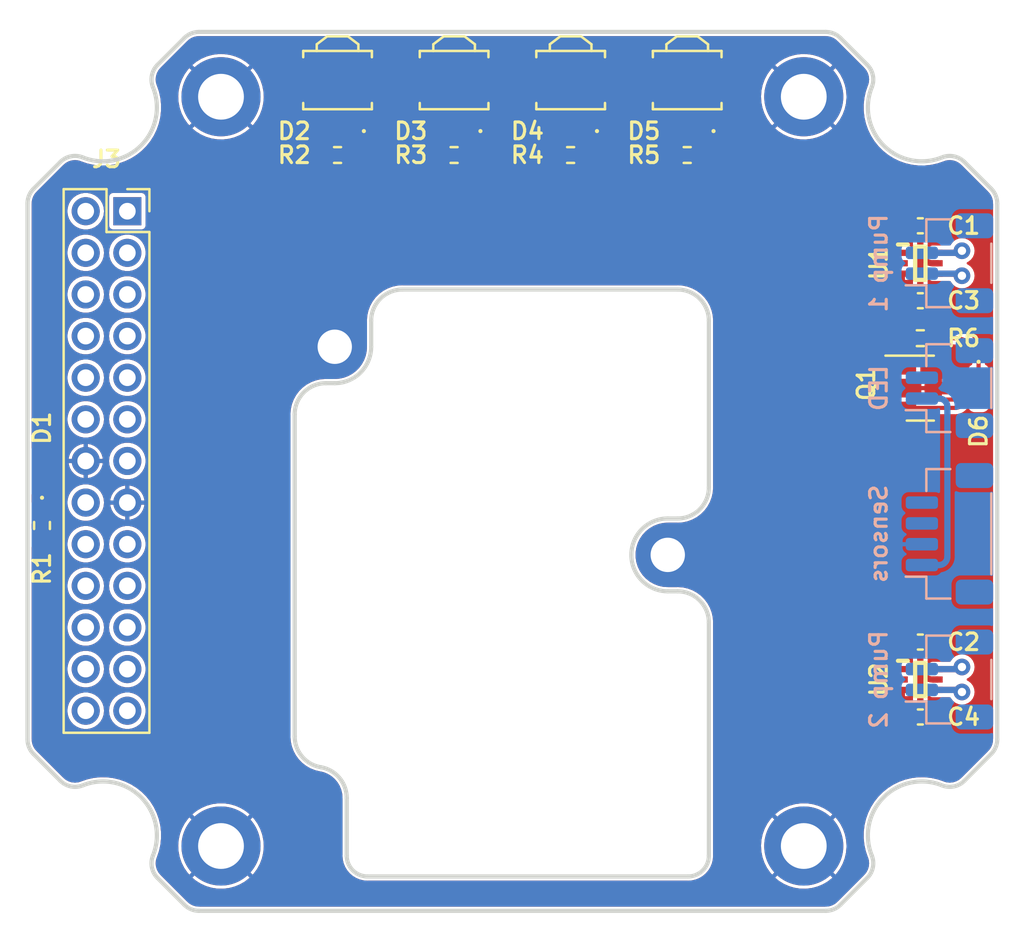
<source format=kicad_pcb>
(kicad_pcb (version 20211014) (generator pcbnew)
  (layers (0 "F.Cu" signal) (31 "B.Cu" signal) (34 "B.Paste" user) (35 "F.Paste" user) (36 "B.SilkS" user "B.Silkscreen") (37 "F.SilkS" user "F.Silkscreen") (38 "B.Mask" user) (39 "F.Mask" user) (44 "Edge.Cuts" user))
  (net 0 "")
  (net 1 "+5V")
  (net 2 "GND")
  (net 3 "Net-(D1-Pad1)")
  (net 4 "VCC")
  (net 5 "Net-(D2-Pad1)")
  (net 6 "/IO0")
  (net 7 "Net-(D3-Pad1)")
  (net 8 "/IO1")
  (net 9 "Net-(D4-Pad1)")
  (net 10 "/IO2")
  (net 11 "Net-(D5-Pad1)")
  (net 12 "/IO3")
  (net 13 "Net-(D6-Pad1)")
  (net 14 "/IO4")
  (net 15 "Net-(J1-Pad1)")
  (net 16 "Net-(J1-Pad2)")
  (net 17 "Net-(J2-Pad1)")
  (net 18 "Net-(J2-Pad2)")
  (net 19 "+3.3V")
  (net 20 "+5VA")
  (net 21 "/RE5")
  (net 22 "/IO5")
  (net 23 "/IO6")
  (net 24 "/ IO3")
  (net 25 "/IO7")
  (net 26 "/P14")
  (net 27 "/A3")
  (net 28 "/A2")
  (net 29 "/A1")
  (net 30 "/A0")
  (net 31 "/SCL")
  (net 32 "/SDA")
  (net 33 "/AUX1")
  (net 34 "/AUX0")
  (net 35 "/RX")
  (net 36 "/TX")
  (net 37 "Net-(J5-Pad2)")
  (footprint "LED_SMD:LED_0402_1005Metric_Pad0.77x0.64mm_HandSolder" (layer "F.Cu") (at 152.8 83.65 180)
    (fp_text reference "D4" (at 1.2 0) (layer "F.SilkS") (effects (font (size 0.8 0.8)) (justify right)))
    (fp_text value "APHHS1005LSECK/J3-PF")
    (fp_circle (center -1.265 0) (end -1.215 0) (layer "F.SilkS") (width 0.1) (fill none))
    (pad "1" smd roundrect (at -0.5725 0 180) (size 0.765 0.64) (layers "F.Cu" "F.Paste" "F.Mask") (net 9 "Net-(D4-Pad1)"))
    (pad "2" smd roundrect (at 0.5725 0 180) (size 0.765 0.64) (layers "F.Cu" "F.Paste" "F.Mask") (net 10 "/IO2"))
  )
  (footprint "Mouser:SOTFL50P160X60-6N" (layer "F.Cu") (at 169.6 110)
    (fp_text reference "U2" (at -2 0 90) (layer "F.SilkS") (effects (font (size 0.8 0.8))))
    (fp_text value "DRV8210DRLR" hide)
    (fp_line (start 0.25 0.8) (end -0.25 0.8) (layer "F.SilkS") (width 0.2))
    (fp_line (start -0.25 -0.8) (end 0.25 -0.8) (layer "F.SilkS") (width 0.2))
    (fp_line (start -1.075 -0.9) (end -0.6 -0.9) (layer "F.SilkS") (width 0.2))
    (fp_line (start -0.25 0.8) (end -0.25 -0.8) (layer "F.SilkS") (width 0.2))
    (fp_line (start 0.25 -0.8) (end 0.25 0.8) (layer "F.SilkS") (width 0.2))
    (pad "1" smd rect locked (at -0.838 -0.5 90) (size 0.3 0.475) (layers "F.Cu" "F.Paste" "F.Mask") (net 10 "/IO2"))
    (pad "2" smd rect locked (at -0.838 0 90) (size 0.3 0.475) (layers "F.Cu" "F.Paste" "F.Mask") (net 12 "/IO3"))
    (pad "3" smd rect locked (at -0.838 0.5 90) (size 0.3 0.475) (layers "F.Cu" "F.Paste" "F.Mask") (net 2 "GND"))
    (pad "4" smd rect locked (at 0.838 0.5 90) (size 0.3 0.475) (layers "F.Cu" "F.Paste" "F.Mask") (net 17 "Net-(J2-Pad1)"))
    (pad "5" smd rect locked (at 0.838 0 90) (size 0.3 0.475) (layers "F.Cu" "F.Paste" "F.Mask") (net 1 "+5V"))
    (pad "6" smd rect locked (at 0.838 -0.5 90) (size 0.3 0.475) (layers "F.Cu" "F.Paste" "F.Mask") (net 18 "Net-(J2-Pad2)"))
  )
  (footprint "LED_SMD:LED_0402_1005Metric_Pad0.77x0.64mm_HandSolder" (layer "F.Cu") (at 147.2 83.65 180)
    (fp_text reference "D3" (at 1.2 0) (layer "F.SilkS") (effects (font (size 0.8 0.8)) (justify right)))
    (fp_text value "APHHS1005LSECK/J3-PF")
    (fp_circle (center -1.265 0) (end -1.215 0) (layer "F.SilkS") (width 0.1) (fill none))
    (pad "1" smd roundrect (at -0.5725 0 180) (size 0.765 0.64) (layers "F.Cu" "F.Paste" "F.Mask") (net 7 "Net-(D3-Pad1)"))
    (pad "2" smd roundrect (at 0.5725 0 180) (size 0.765 0.64) (layers "F.Cu" "F.Paste" "F.Mask") (net 8 "/IO1"))
  )
  (footprint "Button_Switch_SMD:SW_SPST_B3U-3000P" (layer "F.Cu") (at 152.8 81.2)
    (fp_text reference "SW3" hide)
    (fp_text value "Fill")
    (fp_line (start -0.5 -2.1) (end 0.5 -2.1) (layer "F.SilkS") (width 0.12))
    (fp_line (start -1.65 -1.1) (end -1.65 -1.4) (layer "F.SilkS") (width 0.12))
    (fp_line (start 1.65 1.4) (end 1.65 1.1) (layer "F.SilkS") (width 0.12))
    (fp_line (start 0.5 -2.1) (end 1 -1.72) (layer "F.SilkS") (width 0.12))
    (fp_line (start -0.5 -2.1) (end -1 -1.72) (layer "F.SilkS") (width 0.12))
    (fp_line (start -1.65 1.1) (end -1.65 1.4) (layer "F.SilkS") (width 0.12))
    (fp_line (start 1 -1.72) (end 1 -1.4) (layer "F.SilkS") (width 0.12))
    (fp_line (start -1.65 1.4) (end 1.65 1.4) (layer "F.SilkS") (width 0.12))
    (fp_line (start -1.65 -1.4) (end 1.65 -1.4) (layer "F.SilkS") (width 0.12))
    (fp_line (start 1.65 -1.4) (end 1.65 -1.1) (layer "F.SilkS") (width 0.12))
    (fp_line (start -1 -1.72) (end -1 -1.4) (layer "F.SilkS") (width 0.12))
    (pad "1" smd rect (at -1.7 0) (size 0.9 1.7) (layers "F.Cu" "F.Paste" "F.Mask") (net 1 "+5V"))
    (pad "2" smd rect (at 1.7 0) (size 0.9 1.7) (layers "F.Cu" "F.Paste" "F.Mask") (net 10 "/IO2"))
  )
  (footprint "LED_SMD:LED_0402_1005Metric_Pad0.77x0.64mm_HandSolder" (layer "F.Cu") (at 141.6 83.65 180)
    (fp_text reference "D2" (at 1.2 0) (layer "F.SilkS") (effects (font (size 0.8 0.8)) (justify right)))
    (fp_text value "APHHS1005LSECK/J3-PF")
    (fp_circle (center -1.265 0) (end -1.215 0) (layer "F.SilkS") (width 0.1) (fill none))
    (pad "1" smd roundrect (at -0.5725 0 180) (size 0.765 0.64) (layers "F.Cu" "F.Paste" "F.Mask") (net 5 "Net-(D2-Pad1)"))
    (pad "2" smd roundrect (at 0.5725 0 180) (size 0.765 0.64) (layers "F.Cu" "F.Paste" "F.Mask") (net 6 "/IO0"))
  )
  (footprint "Mouser:SOTFL50P160X60-6N" (layer "F.Cu") (at 169.6 90)
    (fp_text reference "U1" (at -2 0 90) (layer "F.SilkS") (effects (font (size 0.8 0.8))))
    (fp_text value "DRV8210DRLR" hide)
    (fp_line (start -1.075 -0.9) (end -0.6 -0.9) (layer "F.SilkS") (width 0.2))
    (fp_line (start -0.25 0.8) (end -0.25 -0.8) (layer "F.SilkS") (width 0.2))
    (fp_line (start 0.25 0.8) (end -0.25 0.8) (layer "F.SilkS") (width 0.2))
    (fp_line (start 0.25 -0.8) (end 0.25 0.8) (layer "F.SilkS") (width 0.2))
    (fp_line (start -0.25 -0.8) (end 0.25 -0.8) (layer "F.SilkS") (width 0.2))
    (pad "1" smd rect locked (at -0.838 -0.5 90) (size 0.3 0.475) (layers "F.Cu" "F.Paste" "F.Mask") (net 6 "/IO0"))
    (pad "2" smd rect locked (at -0.838 0 90) (size 0.3 0.475) (layers "F.Cu" "F.Paste" "F.Mask") (net 8 "/IO1"))
    (pad "3" smd rect locked (at -0.838 0.5 90) (size 0.3 0.475) (layers "F.Cu" "F.Paste" "F.Mask") (net 2 "GND"))
    (pad "4" smd rect locked (at 0.838 0.5 90) (size 0.3 0.475) (layers "F.Cu" "F.Paste" "F.Mask") (net 15 "Net-(J1-Pad1)"))
    (pad "5" smd rect locked (at 0.838 0 90) (size 0.3 0.475) (layers "F.Cu" "F.Paste" "F.Mask") (net 1 "+5V"))
    (pad "6" smd rect locked (at 0.838 -0.5 90) (size 0.3 0.475) (layers "F.Cu" "F.Paste" "F.Mask") (net 16 "Net-(J1-Pad2)"))
  )
  (footprint "Button_Switch_SMD:SW_SPST_B3U-3000P" (layer "F.Cu") (at 147.2 81.2)
    (fp_text reference "SW2" hide)
    (fp_text value "Pump")
    (fp_line (start -1 -1.72) (end -1 -1.4) (layer "F.SilkS") (width 0.12))
    (fp_line (start 1 -1.72) (end 1 -1.4) (layer "F.SilkS") (width 0.12))
    (fp_line (start 1.65 1.4) (end 1.65 1.1) (layer "F.SilkS") (width 0.12))
    (fp_line (start -0.5 -2.1) (end -1 -1.72) (layer "F.SilkS") (width 0.12))
    (fp_line (start -1.65 -1.1) (end -1.65 -1.4) (layer "F.SilkS") (width 0.12))
    (fp_line (start -1.65 1.4) (end 1.65 1.4) (layer "F.SilkS") (width 0.12))
    (fp_line (start 0.5 -2.1) (end 1 -1.72) (layer "F.SilkS") (width 0.12))
    (fp_line (start -0.5 -2.1) (end 0.5 -2.1) (layer "F.SilkS") (width 0.12))
    (fp_line (start 1.65 -1.4) (end 1.65 -1.1) (layer "F.SilkS") (width 0.12))
    (fp_line (start -1.65 -1.4) (end 1.65 -1.4) (layer "F.SilkS") (width 0.12))
    (fp_line (start -1.65 1.1) (end -1.65 1.4) (layer "F.SilkS") (width 0.12))
    (pad "1" smd rect (at -1.7 0) (size 0.9 1.7) (layers "F.Cu" "F.Paste" "F.Mask") (net 1 "+5V"))
    (pad "2" smd rect (at 1.7 0) (size 0.9 1.7) (layers "F.Cu" "F.Paste" "F.Mask") (net 8 "/IO1"))
  )
  (footprint "Package_TO_SOT_SMD:SOT-23" (layer "F.Cu") (at 169.6 96)
    (fp_text reference "Q1" (at -2.6 -0.2 90) (layer "F.SilkS") (effects (font (size 0.8 0.8))))
    (fp_text value "Q_NMOS_DGS")
    (fp_line (start 0 1.56) (end -0.65 1.56) (layer "F.SilkS") (width 0.12))
    (fp_line (start 0 -1.56) (end -1.675 -1.56) (layer "F.SilkS") (width 0.12))
    (fp_line (start 0 1.56) (end 0.65 1.56) (layer "F.SilkS") (width 0.12))
    (fp_line (start 0 -1.56) (end 0.65 -1.56) (layer "F.SilkS") (width 0.12))
    (pad "1" smd roundrect (at -0.9375 -0.95) (size 1.475 0.6) (layers "F.Cu" "F.Paste" "F.Mask") (net 37 "Net-(J5-Pad2)"))
    (pad "2" smd roundrect (at -0.9375 0.95) (size 1.475 0.6) (layers "F.Cu" "F.Paste" "F.Mask") (net 14 "/IO4"))
    (pad "3" smd roundrect (at 0.9375 0) (size 1.475 0.6) (layers "F.Cu" "F.Paste" "F.Mask") (net 2 "GND"))
  )
  (footprint "MountingHole:MountingHole_2.2mm_M2_DIN965_Pad" (layer "F.Cu") (at 136 118)
    (fp_text reference "H3" hide)
    (fp_text value "M2")
    (pad "1" thru_hole circle (at 0 0) (size 3.8 3.8) (drill 2.2) (layers *.Cu *.Mask) (net 2 "GND"))
  )
  (footprint "LED_SMD:LED_0402_1005Metric_Pad0.77x0.64mm_HandSolder" (layer "F.Cu") (at 158.4 83.65 180)
    (fp_text reference "D5" (at 1.2 0) (layer "F.SilkS") (effects (font (size 0.8 0.8)) (justify right)))
    (fp_text value "APHHS1005LSECK/J3-PF")
    (fp_circle (center -1.265 0) (end -1.215 0) (layer "F.SilkS") (width 0.1) (fill none))
    (pad "1" smd roundrect (at -0.5725 0 180) (size 0.765 0.64) (layers "F.Cu" "F.Paste" "F.Mask") (net 11 "Net-(D5-Pad1)"))
    (pad "2" smd roundrect (at 0.5725 0 180) (size 0.765 0.64) (layers "F.Cu" "F.Paste" "F.Mask") (net 12 "/IO3"))
  )
  (footprint "Resistor_SMD:R_0402_1005Metric_Pad0.72x0.64mm_HandSolder" (layer "F.Cu") (at 127.4 102.6 -90)
    (fp_text reference "R1" (at 1.2 0 90) (layer "F.SilkS") (effects (font (size 0.8 0.8)) (justify right)))
    (fp_text value "20k")
    (fp_line (start -0.167621 0.38) (end 0.167621 0.38) (layer "F.SilkS") (width 0.12))
    (fp_line (start -0.167621 -0.38) (end 0.167621 -0.38) (layer "F.SilkS") (width 0.12))
    (pad "1" smd roundrect (at -0.5975 0 270) (size 0.715 0.64) (layers "F.Cu" "F.Paste" "F.Mask") (net 3 "Net-(D1-Pad1)"))
    (pad "2" smd roundrect (at 0.5975 0 270) (size 0.715 0.64) (layers "F.Cu" "F.Paste" "F.Mask") (net 2 "GND"))
  )
  (footprint "Capacitor_SMD:C_0402_1005Metric_Pad0.74x0.62mm_HandSolder" (layer "F.Cu") (at 169.6 108.2)
    (fp_text reference "C2" (at 1.2 0) (layer "F.SilkS") (effects (font (size 0.8 0.8)) (justify left)))
    (fp_text value "0.1uF")
    (fp_line (start -0.115835 0.36) (end 0.115835 0.36) (layer "F.SilkS") (width 0.12))
    (fp_line (start -0.115835 -0.36) (end 0.115835 -0.36) (layer "F.SilkS") (width 0.12))
    (pad "1" smd roundrect (at -0.5675 0) (size 0.735 0.62) (layers "F.Cu" "F.Paste" "F.Mask") (net 1 "+5V"))
    (pad "2" smd roundrect (at 0.5675 0) (size 0.735 0.62) (layers "F.Cu" "F.Paste" "F.Mask") (net 2 "GND"))
  )
  (footprint "Connector_PinSocket_2.00mm:PinSocket_2x13_P2.00mm_Vertical" (layer "F.Cu") (at 131.5 87.5)
    (fp_text reference "J3" (at -1 -2.5) (layer "F.SilkS") (effects (font (size 0.8 0.8))))
    (fp_text value "Microlab")
    (fp_line (start -1 1) (end 1.06 1) (layer "F.SilkS") (width 0.12))
    (fp_line (start -3.06 -1.06) (end -1 -1.06) (layer "F.SilkS") (width 0.12))
    (fp_line (start -1 -1.06) (end -1 1) (layer "F.SilkS") (width 0.12))
    (fp_line (start 1.06 1) (end 1.06 25.06) (layer "F.SilkS") (width 0.12))
    (fp_line (start 0 -1.06) (end 1.06 -1.06) (layer "F.SilkS") (width 0.12))
    (fp_line (start 1.06 -1.06) (end 1.06 0) (layer "F.SilkS") (width 0.12))
    (fp_line (start -3.06 -1.06) (end -3.06 25.06) (layer "F.SilkS") (width 0.12))
    (fp_line (start -3.06 25.06) (end 1.06 25.06) (layer "F.SilkS") (width 0.12))
    (pad "1" thru_hole rect (at 0 0) (size 1.35 1.35) (drill 0.8) (layers *.Cu *.Mask) (net 4 "VCC"))
    (pad "2" thru_hole oval (at -2 0) (size 1.35 1.35) (drill 0.8) (layers *.Cu *.Mask) (net 1 "+5V"))
    (pad "3" thru_hole oval (at 0 2) (size 1.35 1.35) (drill 0.8) (layers *.Cu *.Mask) (net 19 "+3.3V"))
    (pad "4" thru_hole oval (at -2 2) (size 1.35 1.35) (drill 0.8) (layers *.Cu *.Mask) (net 20 "+5VA"))
    (pad "5" thru_hole oval (at 0 4) (size 1.35 1.35) (drill 0.8) (layers *.Cu *.Mask) (net 14 "/IO4"))
    (pad "6" thru_hole oval (at -2 4) (size 1.35 1.35) (drill 0.8) (layers *.Cu *.Mask) (net 21 "/RE5"))
    (pad "7" thru_hole oval (at 0 6) (size 1.35 1.35) (drill 0.8) (layers *.Cu *.Mask) (net 22 "/IO5"))
    (pad "8" thru_hole oval (at -2 6) (size 1.35 1.35) (drill 0.8) (layers *.Cu *.Mask) (net 23 "/IO6"))
    (pad "9" thru_hole oval (at 0 8) (size 1.35 1.35) (drill 0.8) (layers *.Cu *.Mask) (net 24 "/ IO3"))
    (pad "10" thru_hole oval (at -2 8) (size 1.35 1.35) (drill 0.8) (layers *.Cu *.Mask) (net 25 "/IO7"))
    (pad "11" thru_hole oval (at 0 10) (size 1.35 1.35) (drill 0.8) (layers *.Cu *.Mask) (net 10 "/IO2"))
    (pad "12" thru_hole oval (at -2 10) (size 1.35 1.35) (drill 0.8) (layers *.Cu *.Mask) (net 8 "/IO1"))
    (pad "13" thru_hole oval (at 0 12) (size 1.35 1.35) (drill 0.8) (layers *.Cu *.Mask) (net 6 "/IO0"))
    (pad "14" thru_hole oval (at -2 12) (size 1.35 1.35) (drill 0.8) (layers *.Cu *.Mask) (net 2 "GND"))
    (pad "15" thru_hole oval (at 0 14) (size 1.35 1.35) (drill 0.8) (layers *.Cu *.Mask) (net 2 "GND"))
    (pad "16" thru_hole oval (at -2 14) (size 1.35 1.35) (drill 0.8) (layers *.Cu *.Mask) (net 26 "/P14"))
    (pad "17" thru_hole oval (at 0 16) (size 1.35 1.35) (drill 0.8) (layers *.Cu *.Mask) (net 27 "/A3"))
    (pad "18" thru_hole oval (at -2 16) (size 1.35 1.35) (drill 0.8) (layers *.Cu *.Mask) (net 28 "/A2"))
    (pad "19" thru_hole oval (at 0 18) (size 1.35 1.35) (drill 0.8) (layers *.Cu *.Mask) (net 29 "/A1"))
    (pad "20" thru_hole oval (at -2 18) (size 1.35 1.35) (drill 0.8) (layers *.Cu *.Mask) (net 30 "/A0"))
    (pad "21" thru_hole oval (at 0 20) (size 1.35 1.35) (drill 0.8) (layers *.Cu *.Mask) (net 31 "/SCL"))
    (pad "22" thru_hole oval (at -2 20) (size 1.35 1.35) (drill 0.8) (layers *.Cu *.Mask) (net 32 "/SDA"))
    (pad "23" thru_hole oval (at 0 22) (size 1.35 1.35) (drill 0.8) (layers *.Cu *.Mask) (net 33 "/AUX1"))
    (pad "24" thru_hole oval (at -2 22) (size 1.35 1.35) (drill 0.8) (layers *.Cu *.Mask) (net 34 "/AUX0"))
    (pad "25" thru_hole oval (at 0 24) (size 1.35 1.35) (drill 0.8) (layers *.Cu *.Mask) (net 35 "/RX"))
    (pad "26" thru_hole oval (at -2 24) (size 1.35 1.35) (drill 0.8) (layers *.Cu *.Mask) (net 36 "/TX"))
  )
  (footprint "Button_Switch_SMD:SW_SPST_B3U-3000P" (layer "F.Cu") (at 158.4 81.2)
    (fp_text reference "SW4" hide)
    (fp_text value "Pump")
    (fp_line (start -1.65 -1.4) (end 1.65 -1.4) (layer "F.SilkS") (width 0.12))
    (fp_line (start -1.65 1.1) (end -1.65 1.4) (layer "F.SilkS") (width 0.12))
    (fp_line (start 1.65 1.4) (end 1.65 1.1) (layer "F.SilkS") (width 0.12))
    (fp_line (start 0.5 -2.1) (end 1 -1.72) (layer "F.SilkS") (width 0.12))
    (fp_line (start -0.5 -2.1) (end 0.5 -2.1) (layer "F.SilkS") (width 0.12))
    (fp_line (start -0.5 -2.1) (end -1 -1.72) (layer "F.SilkS") (width 0.12))
    (fp_line (start -1.65 1.4) (end 1.65 1.4) (layer "F.SilkS") (width 0.12))
    (fp_line (start 1 -1.72) (end 1 -1.4) (layer "F.SilkS") (width 0.12))
    (fp_line (start 1.65 -1.4) (end 1.65 -1.1) (layer "F.SilkS") (width 0.12))
    (fp_line (start -1 -1.72) (end -1 -1.4) (layer "F.SilkS") (width 0.12))
    (fp_line (start -1.65 -1.1) (end -1.65 -1.4) (layer "F.SilkS") (width 0.12))
    (pad "1" smd rect (at -1.7 0) (size 0.9 1.7) (layers "F.Cu" "F.Paste" "F.Mask") (net 1 "+5V"))
    (pad "2" smd rect (at 1.7 0) (size 0.9 1.7) (layers "F.Cu" "F.Paste" "F.Mask") (net 12 "/IO3"))
  )
  (footprint "Resistor_SMD:R_0402_1005Metric_Pad0.72x0.64mm_HandSolder" (layer "F.Cu") (at 141.6 84.8)
    (fp_text reference "R2" (at -1.2 0) (layer "F.SilkS") (effects (font (size 0.8 0.8)) (justify right)))
    (fp_text value "20k")
    (fp_line (start -0.167621 0.38) (end 0.167621 0.38) (layer "F.SilkS") (width 0.12))
    (fp_line (start -0.167621 -0.38) (end 0.167621 -0.38) (layer "F.SilkS") (width 0.12))
    (pad "1" smd roundrect (at -0.5975 0) (size 0.715 0.64) (layers "F.Cu" "F.Paste" "F.Mask") (net 5 "Net-(D2-Pad1)"))
    (pad "2" smd roundrect (at 0.5975 0) (size 0.715 0.64) (layers "F.Cu" "F.Paste" "F.Mask") (net 2 "GND"))
  )
  (footprint "Capacitor_SMD:C_0402_1005Metric_Pad0.74x0.62mm_HandSolder" (layer "F.Cu") (at 169.6 88.2)
    (fp_text reference "C1" (at 1.2 0) (layer "F.SilkS") (effects (font (size 0.8 0.8)) (justify left)))
    (fp_text value "0.1uF")
    (fp_line (start -0.115835 -0.36) (end 0.115835 -0.36) (layer "F.SilkS") (width 0.12))
    (fp_line (start -0.115835 0.36) (end 0.115835 0.36) (layer "F.SilkS") (width 0.12))
    (pad "1" smd roundrect (at -0.5675 0) (size 0.735 0.62) (layers "F.Cu" "F.Paste" "F.Mask") (net 1 "+5V"))
    (pad "2" smd roundrect (at 0.5675 0) (size 0.735 0.62) (layers "F.Cu" "F.Paste" "F.Mask") (net 2 "GND"))
  )
  (footprint "LED_SMD:LED_0402_1005Metric_Pad0.77x0.64mm_HandSolder" (layer "F.Cu") (at 172.4 96 -90)
    (fp_text reference "D6" (at 1.2 0 90) (layer "F.SilkS") (effects (font (size 0.8 0.8)) (justify right)))
    (fp_text value "APHHS1005LSECK/J3-PF")
    (fp_circle (center -1.265 0) (end -1.215 0) (layer "F.SilkS") (width 0.1) (fill none))
    (pad "1" smd roundrect (at -0.5725 0 270) (size 0.765 0.64) (layers "F.Cu" "F.Paste" "F.Mask") (net 13 "Net-(D6-Pad1)"))
    (pad "2" smd roundrect (at 0.5725 0 270) (size 0.765 0.64) (layers "F.Cu" "F.Paste" "F.Mask") (net 14 "/IO4"))
  )
  (footprint "Resistor_SMD:R_0402_1005Metric_Pad0.72x0.64mm_HandSolder" (layer "F.Cu") (at 158.4 84.8)
    (fp_text reference "R5" (at -1.2 0) (layer "F.SilkS") (effects (font (size 0.8 0.8)) (justify right)))
    (fp_text value "20k")
    (fp_line (start -0.167621 0.38) (end 0.167621 0.38) (layer "F.SilkS") (width 0.12))
    (fp_line (start -0.167621 -0.38) (end 0.167621 -0.38) (layer "F.SilkS") (width 0.12))
    (pad "1" smd roundrect (at -0.5975 0) (size 0.715 0.64) (layers "F.Cu" "F.Paste" "F.Mask") (net 11 "Net-(D5-Pad1)"))
    (pad "2" smd roundrect (at 0.5975 0) (size 0.715 0.64) (layers "F.Cu" "F.Paste" "F.Mask") (net 2 "GND"))
  )
  (footprint "MountingHole:MountingHole_2.2mm_M2_DIN965_Pad" (layer "F.Cu") (at 136 82)
    (fp_text reference "H2" hide)
    (fp_text value "M2")
    (pad "1" thru_hole circle (at 0 0) (size 3.8 3.8) (drill 2.2) (layers *.Cu *.Mask) (net 2 "GND"))
  )
  (footprint "Capacitor_SMD:C_0402_1005Metric_Pad0.74x0.62mm_HandSolder" (layer "F.Cu") (at 169.6 91.8)
    (fp_text reference "C3" (at 1.2 0) (layer "F.SilkS") (effects (font (size 0.8 0.8)) (justify left)))
    (fp_text value "10uF")
    (fp_line (start -0.115835 0.36) (end 0.115835 0.36) (layer "F.SilkS") (width 0.12))
    (fp_line (start -0.115835 -0.36) (end 0.115835 -0.36) (layer "F.SilkS") (width 0.12))
    (pad "1" smd roundrect (at -0.5675 0) (size 0.735 0.62) (layers "F.Cu" "F.Paste" "F.Mask") (net 1 "+5V"))
    (pad "2" smd roundrect (at 0.5675 0) (size 0.735 0.62) (layers "F.Cu" "F.Paste" "F.Mask") (net 2 "GND"))
  )
  (footprint "Resistor_SMD:R_0402_1005Metric_Pad0.72x0.64mm_HandSolder" (layer "F.Cu") (at 169.6 93.6 180)
    (fp_text reference "R6" (at -1.2 0) (layer "F.SilkS") (effects (font (size 0.8 0.8)) (justify left)))
    (fp_text value "20k")
    (fp_line (start -0.167621 0.38) (end 0.167621 0.38) (layer "F.SilkS") (width 0.12))
    (fp_line (start -0.167621 -0.38) (end 0.167621 -0.38) (layer "F.SilkS") (width 0.12))
    (pad "1" smd roundrect (at -0.5975 0 180) (size 0.715 0.64) (layers "F.Cu" "F.Paste" "F.Mask") (net 13 "Net-(D6-Pad1)"))
    (pad "2" smd roundrect (at 0.5975 0 180) (size 0.715 0.64) (layers "F.Cu" "F.Paste" "F.Mask") (net 2 "GND"))
  )
  (footprint "Resistor_SMD:R_0402_1005Metric_Pad0.72x0.64mm_HandSolder" (layer "F.Cu") (at 147.2 84.8)
    (fp_text reference "R3" (at -1.2 0) (layer "F.SilkS") (effects (font (size 0.8 0.8)) (justify right)))
    (fp_text value "20k")
    (fp_line (start -0.167621 0.38) (end 0.167621 0.38) (layer "F.SilkS") (width 0.12))
    (fp_line (start -0.167621 -0.38) (end 0.167621 -0.38) (layer "F.SilkS") (width 0.12))
    (pad "1" smd roundrect (at -0.5975 0) (size 0.715 0.64) (layers "F.Cu" "F.Paste" "F.Mask") (net 7 "Net-(D3-Pad1)"))
    (pad "2" smd roundrect (at 0.5975 0) (size 0.715 0.64) (layers "F.Cu" "F.Paste" "F.Mask") (net 2 "GND"))
  )
  (footprint "Button_Switch_SMD:SW_SPST_B3U-3000P" (layer "F.Cu") (at 141.6 81.2)
    (fp_text reference "SW1" hide)
    (fp_text value "Fill")
    (fp_line (start -1 -1.72) (end -1 -1.4) (layer "F.SilkS") (width 0.12))
    (fp_line (start -1.65 1.1) (end -1.65 1.4) (layer "F.SilkS") (width 0.12))
    (fp_line (start -1.65 -1.1) (end -1.65 -1.4) (layer "F.SilkS") (width 0.12))
    (fp_line (start -0.5 -2.1) (end 0.5 -2.1) (layer "F.SilkS") (width 0.12))
    (fp_line (start 1.65 1.4) (end 1.65 1.1) (layer "F.SilkS") (width 0.12))
    (fp_line (start -1.65 1.4) (end 1.65 1.4) (layer "F.SilkS") (width 0.12))
    (fp_line (start -1.65 -1.4) (end 1.65 -1.4) (layer "F.SilkS") (width 0.12))
    (fp_line (start -0.5 -2.1) (end -1 -1.72) (layer "F.SilkS") (width 0.12))
    (fp_line (start 0.5 -2.1) (end 1 -1.72) (layer "F.SilkS") (width 0.12))
    (fp_line (start 1 -1.72) (end 1 -1.4) (layer "F.SilkS") (width 0.12))
    (fp_line (start 1.65 -1.4) (end 1.65 -1.1) (layer "F.SilkS") (width 0.12))
    (pad "1" smd rect (at -1.7 0) (size 0.9 1.7) (layers "F.Cu" "F.Paste" "F.Mask") (net 1 "+5V"))
    (pad "2" smd rect (at 1.7 0) (size 0.9 1.7) (layers "F.Cu" "F.Paste" "F.Mask") (net 6 "/IO0"))
  )
  (footprint "MountingHole:MountingHole_2.2mm_M2_DIN965_Pad" (layer "F.Cu") (at 164 118)
    (fp_text reference "H4" hide)
    (fp_text value "M2")
    (pad "1" thru_hole circle (at 0 0) (size 3.8 3.8) (drill 2.2) (layers *.Cu *.Mask) (net 2 "GND"))
  )
  (footprint "Resistor_SMD:R_0402_1005Metric_Pad0.72x0.64mm_HandSolder" (layer "F.Cu") (at 152.7975 84.8)
    (fp_text reference "R4" (at -1.2 0) (layer "F.SilkS") (effects (font (size 0.8 0.8)) (justify right)))
    (fp_text value "20k")
    (fp_line (start -0.167621 0.38) (end 0.167621 0.38) (layer "F.SilkS") (width 0.12))
    (fp_line (start -0.167621 -0.38) (end 0.167621 -0.38) (layer "F.SilkS") (width 0.12))
    (pad "1" smd roundrect (at -0.5975 0) (size 0.715 0.64) (layers "F.Cu" "F.Paste" "F.Mask") (net 9 "Net-(D4-Pad1)"))
    (pad "2" smd roundrect (at 0.5975 0) (size 0.715 0.64) (layers "F.Cu" "F.Paste" "F.Mask") (net 2 "GND"))
  )
  (footprint "Capacitor_SMD:C_0402_1005Metric_Pad0.74x0.62mm_HandSolder" (layer "F.Cu") (at 169.6 111.8)
    (fp_text reference "C4" (at 1.2 0) (layer "F.SilkS") (effects (font (size 0.8 0.8)) (justify left)))
    (fp_text value "10uF")
    (fp_line (start -0.115835 0.36) (end 0.115835 0.36) (layer "F.SilkS") (width 0.12))
    (fp_line (start -0.115835 -0.36) (end 0.115835 -0.36) (layer "F.SilkS") (width 0.12))
    (pad "1" smd roundrect (at -0.5675 0) (size 0.735 0.62) (layers "F.Cu" "F.Paste" "F.Mask") (net 1 "+5V"))
    (pad "2" smd roundrect (at 0.5675 0) (size 0.735 0.62) (layers "F.Cu" "F.Paste" "F.Mask") (net 2 "GND"))
  )
  (footprint "MountingHole:MountingHole_2.2mm_M2_DIN965_Pad" (layer "F.Cu") (at 164 82)
    (fp_text reference "H1" hide)
    (fp_text value "M2")
    (pad "1" thru_hole circle (at 0 0) (size 3.8 3.8) (drill 2.2) (layers *.Cu *.Mask) (net 2 "GND"))
  )
  (footprint "LED_SMD:LED_0402_1005Metric_Pad0.77x0.64mm_HandSolder" (layer "F.Cu") (at 127.4 100 90)
    (fp_text reference "D1" (at 1.2 0 90) (layer "F.SilkS") (effects (font (size 0.8 0.8)) (justify left)))
    (fp_text value "APHHS1005LSECK/J3-PF")
    (fp_circle (center -1.265 0) (end -1.215 0) (layer "F.SilkS") (width 0.1) (fill none))
    (pad "1" smd roundrect (at -0.5725 0 90) (size 0.765 0.64) (layers "F.Cu" "F.Paste" "F.Mask") (net 3 "Net-(D1-Pad1)"))
    (pad "2" smd roundrect (at 0.5725 0 90) (size 0.765 0.64) (layers "F.Cu" "F.Paste" "F.Mask") (net 4 "VCC"))
  )
  (footprint "Connector_JST:JST_SH_BM02B-SRSS-TB_1x02-1MP_P1.00mm_Vertical" (layer "B.Cu") (at 171 96 90)
    (fp_text reference "J5" hide)
    (fp_text value "Pump 2")
    (fp_line (start -2.11 0.04) (end -2.11 -1.11) (layer "B.SilkS") (width 0.12))
    (fp_line (start -0.94 2.01) (end 0.94 2.01) (layer "B.SilkS") (width 0.12))
    (fp_line (start 2.11 -1.11) (end 1.06 -1.11) (layer "B.SilkS") (width 0.12))
    (fp_line (start -1.06 -1.11) (end -1.06 -2.1) (layer "B.SilkS") (width 0.12))
    (fp_line (start -2.11 -1.11) (end -1.06 -1.11) (layer "B.SilkS") (width 0.12))
    (fp_line (start 2.11 0.04) (end 2.11 -1.11) (layer "B.SilkS") (width 0.12))
    (pad "1" smd roundrect (at -0.5 -1.325 90) (size 0.6 1.55) (layers "B.Cu" "B.Paste" "B.Mask") (net 1 "+5V"))
    (pad "2" smd roundrect (at 0.5 -1.325 90) (size 0.6 1.55) (layers "B.Cu" "B.Paste" "B.Mask") (net 37 "Net-(J5-Pad2)"))
    (pad "MP" smd roundrect (at 1.8 1.2 90) (size 1.2 1.8) (layers "B.Cu" "B.Paste" "B.Mask") (roundrect_rratio 0.208333))
    (pad "MP" smd roundrect (at -1.8 1.2 90) (size 1.2 1.8) (layers "B.Cu" "B.Paste" "B.Mask") (roundrect_rratio 0.208333))
  )
  (footprint "Connector_JST:JST_SH_BM02B-SRSS-TB_1x02-1MP_P1.00mm_Vertical" (layer "B.Cu") (at 171 110 90)
    (fp_text reference "J2" hide)
    (fp_text value "Pump 2")
    (fp_line (start -0.94 2.01) (end 0.94 2.01) (layer "B.SilkS") (width 0.12))
    (fp_line (start -2.11 0.04) (end -2.11 -1.11) (layer "B.SilkS") (width 0.12))
    (fp_line (start 2.11 0.04) (end 2.11 -1.11) (layer "B.SilkS") (width 0.12))
    (fp_line (start 2.11 -1.11) (end 1.06 -1.11) (layer "B.SilkS") (width 0.12))
    (fp_line (start -1.06 -1.11) (end -1.06 -2.1) (layer "B.SilkS") (width 0.12))
    (fp_line (start -2.11 -1.11) (end -1.06 -1.11) (layer "B.SilkS") (width 0.12))
    (pad "1" smd roundrect (at -0.5 -1.325 90) (size 0.6 1.55) (layers "B.Cu" "B.Paste" "B.Mask") (net 17 "Net-(J2-Pad1)"))
    (pad "2" smd roundrect (at 0.5 -1.325 90) (size 0.6 1.55) (layers "B.Cu" "B.Paste" "B.Mask") (net 18 "Net-(J2-Pad2)"))
    (pad "MP" smd roundrect (at -1.8 1.2 90) (size 1.2 1.8) (layers "B.Cu" "B.Paste" "B.Mask") (roundrect_rratio 0.208333))
    (pad "MP" smd roundrect (at 1.8 1.2 90) (size 1.2 1.8) (layers "B.Cu" "B.Paste" "B.Mask") (roundrect_rratio 0.208333))
  )
  (footprint "Connector_JST:JST_SH_BM02B-SRSS-TB_1x02-1MP_P1.00mm_Vertical" (layer "B.Cu") (at 171 90 90)
    (fp_text reference "J1" hide)
    (fp_text value "Pump 1")
    (fp_line (start 2.11 -1.11) (end 1.06 -1.11) (layer "B.SilkS") (width 0.12))
    (fp_line (start 2.11 0.04) (end 2.11 -1.11) (layer "B.SilkS") (width 0.12))
    (fp_line (start -1.06 -1.11) (end -1.06 -2.1) (layer "B.SilkS") (width 0.12))
    (fp_line (start -2.11 0.04) (end -2.11 -1.11) (layer "B.SilkS") (width 0.12))
    (fp_line (start -0.94 2.01) (end 0.94 2.01) (layer "B.SilkS") (width 0.12))
    (fp_line (start -2.11 -1.11) (end -1.06 -1.11) (layer "B.SilkS") (width 0.12))
    (pad "1" smd roundrect (at -0.5 -1.325 90) (size 0.6 1.55) (layers "B.Cu" "B.Paste" "B.Mask") (net 15 "Net-(J1-Pad1)"))
    (pad "2" smd roundrect (at 0.5 -1.325 90) (size 0.6 1.55) (layers "B.Cu" "B.Paste" "B.Mask") (net 16 "Net-(J1-Pad2)"))
    (pad "MP" smd roundrect (at 1.8 1.2 90) (size 1.2 1.8) (layers "B.Cu" "B.Paste" "B.Mask") (roundrect_rratio 0.208333))
    (pad "MP" smd roundrect (at -1.8 1.2 90) (size 1.2 1.8) (layers "B.Cu" "B.Paste" "B.Mask") (roundrect_rratio 0.208333))
  )
  (footprint "Connector_JST:JST_SH_BM04B-SRSS-TB_1x04-1MP_P1.00mm_Vertical" (layer "B.Cu") (at 171 103 90)
    (fp_text reference "J4" hide)
    (fp_text value "Sensors")
    (fp_line (start -3.11 0.04) (end -3.11 -1.11) (layer "B.SilkS") (width 0.12))
    (fp_line (start -1.94 2.01) (end 1.94 2.01) (layer "B.SilkS") (width 0.12))
    (fp_line (start -2.06 -1.11) (end -2.06 -2.1) (layer "B.SilkS") (width 0.12))
    (fp_line (start 3.11 -1.11) (end 2.06 -1.11) (layer "B.SilkS") (width 0.12))
    (fp_line (start -3.11 -1.11) (end -2.06 -1.11) (layer "B.SilkS") (width 0.12))
    (fp_line (start 3.11 0.04) (end 3.11 -1.11) (layer "B.SilkS") (width 0.12))
    (pad "1" smd roundrect (at -1.5 -1.325 90) (size 0.6 1.55) (layers "B.Cu" "B.Paste" "B.Mask") (net 1 "+5V"))
    (pad "2" smd roundrect (at -0.5 -1.325 90) (size 0.6 1.55) (layers "B.Cu" "B.Paste" "B.Mask") (net 2 "GND"))
    (pad "3" smd roundrect (at 0.5 -1.325 90) (size 0.6 1.55) (layers "B.Cu" "B.Paste" "B.Mask") (net 32 "/SDA"))
    (pad "4" smd roundrect (at 1.5 -1.325 90) (size 0.6 1.55) (layers "B.Cu" "B.Paste" "B.Mask") (net 31 "/SCL"))
    (pad "MP" smd roundrect (at -2.8 1.2 90) (size 1.2 1.8) (layers "B.Cu" "B.Paste" "B.Mask") (roundrect_rratio 0.208333))
    (pad "MP" smd roundrect (at 2.8 1.2 90) (size 1.2 1.8) (layers "B.Cu" "B.Paste" "B.Mask") (roundrect_rratio 0.208333))
  )
  (gr_arc (start 143.215625 92.7625) (mid 143.654966 91.701849) (end 144.715625 91.2625) (layer "Edge.Cuts") (width 0.2))
  (gr_arc (start 167.268025 118.456371) (mid 167.320009 119.029646) (end 167.047346 119.536591) (layer "Edge.Cuts") (width 0.2))
  (gr_arc (start 170.639183 84.914788) (mid 167.839891 84.342914) (end 167.268025 81.543629) (layer "Edge.Cuts") (width 0.2))
  (gr_arc (start 165.055661 78.885937) (mid 165.438351 78.962047) (end 165.762768 79.178831) (layer "Edge.Cuts") (width 0.2))
  (gr_line (start 134.237232 79.178831) (end 132.952654 80.463409) (layer "Edge.Cuts") (width 0.2))
  (gr_line (start 167.047346 80.463409) (end 165.762768 79.178831) (layer "Edge.Cuts") (width 0.2))
  (gr_line (start 141.040625 95.7625) (end 141.465625 95.7625) (layer "Edge.Cuts") (width 0.2))
  (gr_arc (start 167.047346 80.463409) (mid 167.319984 80.970359) (end 167.268025 81.543629) (layer "Edge.Cuts") (width 0.2))
  (gr_line (start 158.440625 119.4625) (end 143.040625 119.4625) (layer "Edge.Cuts") (width 0.2))
  (gr_line (start 159.440625 107.2625) (end 159.440625 118.4625) (layer "Edge.Cuts") (width 0.2))
  (gr_line (start 143.215625 94.0125) (end 143.215625 92.7625) (layer "Edge.Cuts") (width 0.2))
  (gr_arc (start 173.296875 112.872849) (mid 173.22077 113.255541) (end 173.003982 113.579955) (layer "Edge.Cuts") (width 0.2))
  (gr_arc (start 134.237232 79.178831) (mid 134.561656 78.962063) (end 134.944339 78.885937) (layer "Edge.Cuts") (width 0.2))
  (gr_line (start 165.762768 120.821169) (end 167.047346 119.536591) (layer "Edge.Cuts") (width 0.2))
  (gr_arc (start 140.790625 114.2125) (mid 139.894975 113.701731) (end 139.540625 112.73348) (layer "Edge.Cuts") (width 0.2))
  (gr_line (start 132.952654 119.536591) (end 134.237232 120.821169) (layer "Edge.Cuts") (width 0.2))
  (gr_arc (start 126.996018 113.579955) (mid 126.779257 113.25553) (end 126.703125 112.872849) (layer "Edge.Cuts") (width 0.2))
  (gr_line (start 134.944339 121.114063) (end 165.055661 121.114062) (layer "Edge.Cuts") (width 0.2))
  (gr_line (start 171.719404 114.864533) (end 173.003982 113.579955) (layer "Edge.Cuts") (width 0.2))
  (gr_line (start 157.940625 102.2625) (end 157.465625 102.2625) (layer "Edge.Cuts") (width 0.2))
  (gr_line (start 139.540625 112.73348) (end 139.540625 97.2625) (layer "Edge.Cuts") (width 0.2))
  (gr_arc (start 171.719404 114.864533) (mid 171.212453 115.137182) (end 170.639183 115.085212) (layer "Edge.Cuts") (width 0.2))
  (gr_arc (start 170.639183 84.914788) (mid 171.212455 84.86281) (end 171.719404 85.135467) (layer "Edge.Cuts") (width 0.2))
  (gr_arc (start 173.003982 86.420045) (mid 173.220743 86.74447) (end 173.296875 87.127151) (layer "Edge.Cuts") (width 0.2))
  (gr_arc (start 157.940625 91.2625) (mid 159.001269 91.701849) (end 159.440625 92.7625) (layer "Edge.Cuts") (width 0.2))
  (gr_line (start 165.055661 78.885937) (end 134.944339 78.885937) (layer "Edge.Cuts") (width 0.2))
  (gr_arc (start 129.360817 115.085212) (mid 132.160109 115.657086) (end 132.731975 118.456371) (layer "Edge.Cuts") (width 0.2))
  (gr_line (start 157.465625 105.7625) (end 157.940625 105.7625) (layer "Edge.Cuts") (width 0.2))
  (gr_arc (start 159.440625 118.4625) (mid 159.147733 119.169616) (end 158.440625 119.4625) (layer "Edge.Cuts") (width 0.2))
  (gr_arc (start 157.465625 105.7625) (mid 155.7156 104.0125) (end 157.465625 102.2625) (layer "Edge.Cuts") (width 0.2))
  (gr_arc (start 132.731975 81.543629) (mid 132.679991 80.970354) (end 132.952654 80.463409) (layer "Edge.Cuts") (width 0.2))
  (gr_line (start 142.040625 118.4625) (end 142.040625 115.69152) (layer "Edge.Cuts") (width 0.2))
  (gr_line (start 126.996018 113.579955) (end 128.280596 114.864533) (layer "Edge.Cuts") (width 0.2))
  (gr_arc (start 128.280596 85.135467) (mid 128.787547 84.862818) (end 129.360817 84.914788) (layer "Edge.Cuts") (width 0.2))
  (gr_line (start 173.003982 86.420045) (end 171.719404 85.135467) (layer "Edge.Cuts") (width 0.2))
  (gr_arc (start 132.952654 119.536591) (mid 132.680016 119.029641) (end 132.731975 118.456371) (layer "Edge.Cuts") (width 0.2))
  (gr_arc (start 143.040625 119.4625) (mid 142.333502 119.169616) (end 142.040625 118.4625) (layer "Edge.Cuts") (width 0.2))
  (gr_line (start 173.296875 112.872849) (end 173.296875 87.127151) (layer "Edge.Cuts") (width 0.2))
  (gr_arc (start 132.731975 81.543629) (mid 132.160098 84.342902) (end 129.360817 84.914788) (layer "Edge.Cuts") (width 0.2))
  (gr_arc (start 165.762768 120.821169) (mid 165.438344 121.037937) (end 165.055661 121.114062) (layer "Edge.Cuts") (width 0.2))
  (gr_arc (start 159.440625 100.7625) (mid 159.001287 101.823169) (end 157.940625 102.2625) (layer "Edge.Cuts") (width 0.2))
  (gr_arc (start 167.268025 118.456371) (mid 167.839902 115.657098) (end 170.639183 115.085212) (layer "Edge.Cuts") (width 0.2))
  (gr_arc (start 157.940625 105.7625) (mid 159.001269 106.201849) (end 159.440625 107.2625) (layer "Edge.Cuts") (width 0.2))
  (gr_arc (start 134.944339 121.114063) (mid 134.561649 121.037953) (end 134.237232 120.821169) (layer "Edge.Cuts") (width 0.2))
  (gr_arc (start 126.703125 87.127151) (mid 126.77923 86.744459) (end 126.996018 86.420045) (layer "Edge.Cuts") (width 0.2))
  (gr_arc (start 129.360817 115.085212) (mid 128.787545 115.13719) (end 128.280596 114.864533) (layer "Edge.Cuts") (width 0.2))
  (gr_arc (start 139.540625 97.2625) (mid 139.979966 96.201849) (end 141.040625 95.7625) (layer "Edge.Cuts") (width 0.2))
  (gr_line (start 126.703125 87.127151) (end 126.703125 112.872849) (layer "Edge.Cuts") (width 0.2))
  (gr_arc (start 143.215625 94.0125) (mid 142.703063 95.249946) (end 141.465625 95.7625) (layer "Edge.Cuts") (width 0.2))
  (gr_line (start 144.715625 91.2625) (end 157.940625 91.2625) (layer "Edge.Cuts") (width 0.2))
  (gr_line (start 128.280596 85.135467) (end 126.996018 86.420045) (layer "Edge.Cuts") (width 0.2))
  (gr_line (start 159.440625 92.7625) (end 159.440625 100.7625) (layer "Edge.Cuts") (width 0.2))
  (gr_arc (start 140.790625 114.2125) (mid 141.686248 114.723282) (end 142.040625 115.69152) (layer "Edge.Cuts") (width 0.2))
  (gr_text "Pump 1" (at 167.6 90 90) (layer "B.SilkS") (effects (font (size 0.8 0.8)) (justify mirror)))
  (gr_text "Pump 2\n" (at 167.6 110 90) (layer "B.SilkS") (effects (font (size 0.8 0.8)) (justify mirror)))
  (gr_text "LED" (at 167.6 96 90) (layer "B.SilkS") (effects (font (size 0.8 0.8)) (justify mirror)))
  (gr_text "Sensors" (at 167.6 103 90) (layer "B.SilkS") (effects (font (size 0.8 0.8)) (justify mirror)))
  (segment (start 169.424264 88.591764) (end 169.0325 88.2) (width 0.3) (layer "F.Cu") (net 1))
  (segment (start 169.424264 111.408236) (end 169.0325 111.8) (width 0.3) (layer "F.Cu") (net 1))
  (segment (start 169.424264 108.591764) (end 169.0325 108.2) (width 0.3) (layer "F.Cu") (net 1))
  (segment (start 169.6 109.4) (end 169.6 109.016028) (width 0.3) (layer "F.Cu") (net 1))
  (segment (start 170.438 90) (end 170.2 90) (width 0.3) (layer "F.Cu") (net 1))
  (segment (start 169.6 89.4) (end 169.6 89.016028) (width 0.3) (layer "F.Cu") (net 1))
  (segment (start 170.438 110) (end 170.2 110) (width 0.3) (layer "F.Cu") (net 1))
  (segment (start 169.6 89.4) (end 169.6 90.983972) (width 0.3) (layer "F.Cu") (net 1))
  (segment (start 169.424264 91.408236) (end 169.0325 91.8) (width 0.3) (layer "F.Cu") (net 1))
  (segment (start 169.6 109.4) (end 169.6 110.983972) (width 0.3) (layer "F.Cu") (net 1))
  (arc (start 169.424264 108.591764) (mid 169.554328 108.786418) (end 169.6 109.016028) (width 0.3) (layer "F.Cu") (net 1))
  (arc (start 169.6 89.4) (mid 169.775736 89.824264) (end 170.2 90) (width 0.3) (layer "F.Cu") (net 1))
  (arc (start 169.6 110.983972) (mid 169.554328 111.213582) (end 169.424264 111.408236) (width 0.3) (layer "F.Cu") (net 1))
  (arc (start 169.6 90.983972) (mid 169.554328 91.213582) (end 169.424264 91.408236) (width 0.3) (layer "F.Cu") (net 1))
  (arc (start 169.6 89.016028) (mid 169.554328 88.786418) (end 169.424264 88.591764) (width 0.3) (layer "F.Cu") (net 1))
  (arc (start 170.2 110) (mid 169.775736 109.824264) (end 169.6 109.4) (width 0.3) (layer "F.Cu") (net 1))
  (segment (start 170.9 104.1) (end 170.9 96.9) (width 0.3) (layer "B.Cu") (net 1))
  (segment (start 170.5 104.5) (end 169.675 104.5) (width 0.3) (layer "B.Cu") (net 1))
  (segment (start 170.5 96.5) (end 169.675 96.5) (width 0.3) (layer "B.Cu") (net 1))
  (arc (start 170.9 96.9) (mid 170.782843 96.617157) (end 170.5 96.5) (width 0.3) (layer "B.Cu") (net 1))
  (arc (start 170.9 104.1) (mid 170.782843 104.382843) (end 170.5 104.5) (width 0.3) (layer "B.Cu") (net 1))
  (via (at 141.465625 94.0125) (size 2.35) (drill 1.65) (layers "F.Cu" "B.Cu") (net 2))
  (via (at 157.465625 104.0125) (size 2.35) (drill 1.65) (layers "F.Cu" "B.Cu") (net 2))
  (segment (start 142.1525 83.65) (end 141.0025 84.8) (width 0.2) (layer "F.Cu") (net 5))
  (segment (start 142.1725 83.65) (end 142.1525 83.65) (width 0.2) (layer "F.Cu") (net 5))
  (segment (start 141.0275 82.2) (end 141.0275 83.65) (width 0.2) (layer "F.Cu") (net 6))
  (segment (start 143.3 81.2) (end 142.0275 81.2) (width 0.2) (layer "F.Cu") (net 6))
  (arc (start 141.0275 82.2) (mid 141.320393 81.492893) (end 142.0275 81.2) (width 0.2) (layer "F.Cu") (net 6))
  (segment (start 147.7525 83.65) (end 146.6025 84.8) (width 0.2) (layer "F.Cu") (net 7))
  (segment (start 147.7725 83.65) (end 147.7525 83.65) (width 0.2) (layer "F.Cu") (net 7))
  (segment (start 146.6275 82.2) (end 146.6275 83.65) (width 0.2) (layer "F.Cu") (net 8))
  (segment (start 148.9 81.2) (end 147.6275 81.2) (width 0.2) (layer "F.Cu") (net 8))
  (arc (start 147.6275 81.2) (mid 146.920393 81.492893) (end 146.6275 82.2) (width 0.2) (layer "F.Cu") (net 8))
  (segment (start 152.2225 84.8) (end 153.3725 83.65) (width 0.2) (layer "F.Cu") (net 9))
  (segment (start 153.35 83.65) (end 152.2 84.8) (width 0.2) (layer "F.Cu") (net 9))
  (segment (start 153.3725 83.65) (end 153.35 83.65) (width 0.2) (layer "F.Cu") (net 9))
  (segment (start 154.5 81.2) (end 153.2275 81.2) (width 0.2) (layer "F.Cu") (net 10))
  (segment (start 152.2275 82.2) (end 152.2275 83.65) (width 0.2) (layer "F.Cu") (net 10))
  (arc (start 152.2275 82.2) (mid 152.520393 81.492893) (end 153.2275 81.2) (width 0.2) (layer "F.Cu") (net 10))
  (segment (start 158.9525 83.65) (end 157.8025 84.8) (width 0.2) (layer "F.Cu") (net 11))
  (segment (start 158.9725 83.65) (end 158.9525 83.65) (width 0.2) (layer "F.Cu") (net 11))
  (segment (start 160.1 81.2) (end 158.8275 81.2) (width 0.2) (layer "F.Cu") (net 12))
  (segment (start 157.8275 82.2) (end 157.8275 83.65) (width 0.2) (layer "F.Cu") (net 12))
  (arc (start 158.8275 81.2) (mid 158.120393 81.492893) (end 157.8275 82.2) (width 0.2) (layer "F.Cu") (net 12))
  (segment (start 171.265 93.6) (end 170.1975 93.6) (width 0.2) (layer "F.Cu") (net 13))
  (segment (start 172.4 95.4275) (end 172.4 94.735) (width 0.2) (layer "F.Cu") (net 13))
  (arc (start 172.4 94.735) (mid 172.067566 93.932434) (end 171.265 93.6) (width 0.2) (layer "F.Cu") (net 13))
  (segment (start 171.710342 96.689658) (end 171.567157 96.832843) (width 0.2) (layer "F.Cu") (net 14))
  (segment (start 172.4 96.5725) (end 171.993185 96.5725) (width 0.2) (layer "F.Cu") (net 14))
  (segment (start 168.6625 96.95) (end 171.284315 96.95) (width 0.2) (layer "F.Cu") (net 14))
  (arc (start 171.993185 96.5725) (mid 171.840111 96.602948) (end 171.710342 96.689658) (width 0.2) (layer "F.Cu") (net 14))
  (arc (start 171.567157 96.832843) (mid 171.437388 96.919552) (end 171.284315 96.95) (width 0.2) (layer "F.Cu") (net 14))
  (segment (start 170.438 90.5) (end 171.4995 90.5) (width 0.3) (layer "F.Cu") (net 15))
  (segment (start 171.4995 90.5) (end 171.6 90.6005) (width 0.3) (layer "F.Cu") (net 15))
  (via (at 171.6 90.6005) (size 0.8) (drill 0.4) (layers "F.Cu" "B.Cu") (net 15))
  (segment (start 169.675 90.5) (end 171.4995 90.5) (width 0.3) (layer "B.Cu") (net 15))
  (segment (start 171.4995 90.5) (end 171.6 90.6005) (width 0.3) (layer "B.Cu") (net 15))
  (segment (start 171.5 89.5) (end 171.6 89.4) (width 0.3) (layer "F.Cu") (net 16))
  (segment (start 170.438 89.5) (end 171.5 89.5) (width 0.3) (layer "F.Cu") (net 16))
  (via (at 171.6 89.4) (size 0.8) (drill 0.4) (layers "F.Cu" "B.Cu") (net 16))
  (segment (start 171.5 89.5) (end 171.6 89.4) (width 0.3) (layer "B.Cu") (net 16))
  (segment (start 169.675 89.5) (end 171.5 89.5) (width 0.3) (layer "B.Cu") (net 16))
  (segment (start 170.438 110.5) (end 171.5 110.5) (width 0.3) (layer "F.Cu") (net 17))
  (segment (start 171.5 110.5) (end 171.6 110.6) (width 0.3) (layer "F.Cu") (net 17))
  (via (at 171.6 110.6) (size 0.8) (drill 0.4) (layers "F.Cu" "B.Cu") (net 17))
  (segment (start 169.675 110.5) (end 171.5 110.5) (width 0.3) (layer "B.Cu") (net 17))
  (segment (start 171.5 110.5) (end 171.6 110.6) (width 0.3) (layer "B.Cu") (net 17))
  (segment (start 170.438 109.5) (end 171.5 109.5) (width 0.3) (layer "F.Cu") (net 18))
  (segment (start 171.5 109.5) (end 171.6 109.4) (width 0.3) (layer "F.Cu") (net 18))
  (via (at 171.6 109.4) (size 0.8) (drill 0.4) (layers "F.Cu" "B.Cu") (net 18))
  (segment (start 169.675 109.5) (end 171.5 109.5) (width 0.3) (layer "B.Cu") (net 18))
  (segment (start 171.5 109.5) (end 171.6 109.4) (width 0.3) (layer "B.Cu") (net 18))
  (zone (net 2) (net_name "GND") (layers F&B.Cu) (name "ground plane") (connect_pads (clearance 0.2)) (min_thickness 0.13) (fill yes (thermal_gap 0.15) (thermal_bridge_width 0.2))
    (polygon (pts (xy 174 122) (xy 126 122) (xy 126 78) (xy 174 78)))
  )
)
</source>
